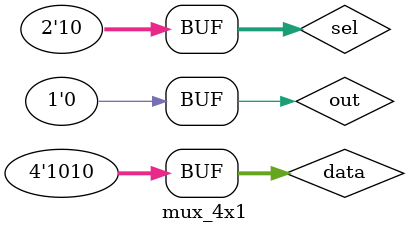
<source format=v>

module mux_4x1;

reg [3:0] data;
reg [1:0] sel;
reg out;


initial begin
	$monitor ("$time=%0t | data=%b | sel=%b | out=%b |",$time,data,sel,out);
	data=4'b1010;
	sel=2'b11;
	#5;
	sel=2'b10;
end


always @ (*) begin

	if (sel[1])begin
		if(sel[0])
			out=data[3];
		else
			out=data[2];

	end
	else begin
		if (sel[0])
			out=data[1];
		else
			out=data[0];
	end


end




endmodule



</source>
